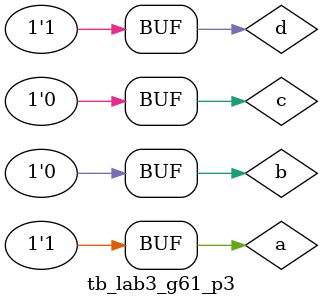
<source format=sv>
/* tb_lab3_g61_p3.sv
 * Hazirlayanlar:
 * Berkay Arslan
 * Furkan Çonkur
 * 
 *  Notlar:
 * ELM235 2020 Bahar Lab3 - Problem 3
 * Glitch Simulasyonu
 *
 */
 `timescale 1ns/1ps
module tb_lab3_g61_p3();

	logic a, b, c, d, x;

	lab3_g61_p3 dut(a, b, c, d, x);
	
	initial begin
	
	a = 0; b = 0; c = 0; d = 0; #10;
	d = 1;		     	    	#10;
	c = 1;		     	    	#10;
	b = 1;		     	    	#10;
	a = 1;			    		#10;
	a = 0; b = 0; d = 0;   	    #10;
	a = 1; 	     	    	    #10;
	b = 1;		     	    	#10;
	a = 0; b = 1; c = 0; d = 0; #10;
	d = 1;			    		#10;
	a = 1;			    		#10;
	a = 0; c = 1; d = 0;	    #10;
	a = 1; b = 0; c = 0; 	    #10;
	b = 1;			    		#10;
	b = 0; d = 1; c = 1;		#10;
	c = 0;				    	#10;
end
	
endmodule


</source>
